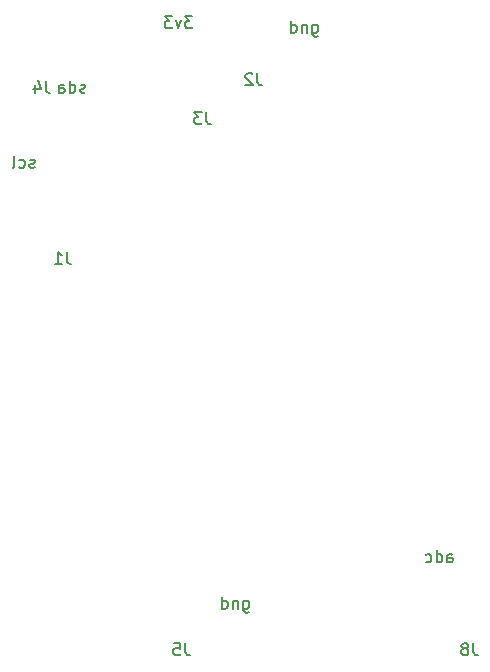
<source format=gbr>
G04 #@! TF.FileFunction,Legend,Bot*
%FSLAX46Y46*%
G04 Gerber Fmt 4.6, Leading zero omitted, Abs format (unit mm)*
G04 Created by KiCad (PCBNEW 4.0.7) date Tuesday, April 30, 2019 'PMt' 04:55:04 PM*
%MOMM*%
%LPD*%
G01*
G04 APERTURE LIST*
%ADD10C,0.100000*%
%ADD11C,0.150000*%
G04 APERTURE END LIST*
D10*
D11*
X124793333Y-78192381D02*
X124793333Y-78906667D01*
X124840953Y-79049524D01*
X124936191Y-79144762D01*
X125079048Y-79192381D01*
X125174286Y-79192381D01*
X123793333Y-79192381D02*
X124364762Y-79192381D01*
X124079048Y-79192381D02*
X124079048Y-78192381D01*
X124174286Y-78335238D01*
X124269524Y-78430476D01*
X124364762Y-78478095D01*
X122062762Y-71016762D02*
X121967524Y-71064381D01*
X121777048Y-71064381D01*
X121681809Y-71016762D01*
X121634190Y-70921524D01*
X121634190Y-70873905D01*
X121681809Y-70778667D01*
X121777048Y-70731048D01*
X121919905Y-70731048D01*
X122015143Y-70683429D01*
X122062762Y-70588190D01*
X122062762Y-70540571D01*
X122015143Y-70445333D01*
X121919905Y-70397714D01*
X121777048Y-70397714D01*
X121681809Y-70445333D01*
X120777047Y-71016762D02*
X120872285Y-71064381D01*
X121062762Y-71064381D01*
X121158000Y-71016762D01*
X121205619Y-70969143D01*
X121253238Y-70873905D01*
X121253238Y-70588190D01*
X121205619Y-70492952D01*
X121158000Y-70445333D01*
X121062762Y-70397714D01*
X120872285Y-70397714D01*
X120777047Y-70445333D01*
X120205619Y-71064381D02*
X120300857Y-71016762D01*
X120348476Y-70921524D01*
X120348476Y-70064381D01*
X140922333Y-63079381D02*
X140922333Y-63793667D01*
X140969953Y-63936524D01*
X141065191Y-64031762D01*
X141208048Y-64079381D01*
X141303286Y-64079381D01*
X140493762Y-63174619D02*
X140446143Y-63127000D01*
X140350905Y-63079381D01*
X140112809Y-63079381D01*
X140017571Y-63127000D01*
X139969952Y-63174619D01*
X139922333Y-63269857D01*
X139922333Y-63365095D01*
X139969952Y-63507952D01*
X140541381Y-64079381D01*
X139922333Y-64079381D01*
X145597476Y-58967714D02*
X145597476Y-59777238D01*
X145645095Y-59872476D01*
X145692714Y-59920095D01*
X145787953Y-59967714D01*
X145930810Y-59967714D01*
X146026048Y-59920095D01*
X145597476Y-59586762D02*
X145692714Y-59634381D01*
X145883191Y-59634381D01*
X145978429Y-59586762D01*
X146026048Y-59539143D01*
X146073667Y-59443905D01*
X146073667Y-59158190D01*
X146026048Y-59062952D01*
X145978429Y-59015333D01*
X145883191Y-58967714D01*
X145692714Y-58967714D01*
X145597476Y-59015333D01*
X145121286Y-58967714D02*
X145121286Y-59634381D01*
X145121286Y-59062952D02*
X145073667Y-59015333D01*
X144978429Y-58967714D01*
X144835571Y-58967714D01*
X144740333Y-59015333D01*
X144692714Y-59110571D01*
X144692714Y-59634381D01*
X143787952Y-59634381D02*
X143787952Y-58634381D01*
X143787952Y-59586762D02*
X143883190Y-59634381D01*
X144073667Y-59634381D01*
X144168905Y-59586762D01*
X144216524Y-59539143D01*
X144264143Y-59443905D01*
X144264143Y-59158190D01*
X144216524Y-59062952D01*
X144168905Y-59015333D01*
X144073667Y-58967714D01*
X143883190Y-58967714D01*
X143787952Y-59015333D01*
X136604333Y-66381381D02*
X136604333Y-67095667D01*
X136651953Y-67238524D01*
X136747191Y-67333762D01*
X136890048Y-67381381D01*
X136985286Y-67381381D01*
X136223381Y-66381381D02*
X135604333Y-66381381D01*
X135937667Y-66762333D01*
X135794809Y-66762333D01*
X135699571Y-66809952D01*
X135651952Y-66857571D01*
X135604333Y-66952810D01*
X135604333Y-67190905D01*
X135651952Y-67286143D01*
X135699571Y-67333762D01*
X135794809Y-67381381D01*
X136080524Y-67381381D01*
X136175762Y-67333762D01*
X136223381Y-67286143D01*
X135429476Y-58253381D02*
X134810428Y-58253381D01*
X135143762Y-58634333D01*
X135000904Y-58634333D01*
X134905666Y-58681952D01*
X134858047Y-58729571D01*
X134810428Y-58824810D01*
X134810428Y-59062905D01*
X134858047Y-59158143D01*
X134905666Y-59205762D01*
X135000904Y-59253381D01*
X135286619Y-59253381D01*
X135381857Y-59205762D01*
X135429476Y-59158143D01*
X134477095Y-58586714D02*
X134239000Y-59253381D01*
X134000904Y-58586714D01*
X133715190Y-58253381D02*
X133096142Y-58253381D01*
X133429476Y-58634333D01*
X133286618Y-58634333D01*
X133191380Y-58681952D01*
X133143761Y-58729571D01*
X133096142Y-58824810D01*
X133096142Y-59062905D01*
X133143761Y-59158143D01*
X133191380Y-59205762D01*
X133286618Y-59253381D01*
X133572333Y-59253381D01*
X133667571Y-59205762D01*
X133715190Y-59158143D01*
X123015333Y-63714381D02*
X123015333Y-64428667D01*
X123062953Y-64571524D01*
X123158191Y-64666762D01*
X123301048Y-64714381D01*
X123396286Y-64714381D01*
X122110571Y-64047714D02*
X122110571Y-64714381D01*
X122348667Y-63666762D02*
X122586762Y-64381048D01*
X121967714Y-64381048D01*
X126341048Y-64666762D02*
X126245810Y-64714381D01*
X126055334Y-64714381D01*
X125960095Y-64666762D01*
X125912476Y-64571524D01*
X125912476Y-64523905D01*
X125960095Y-64428667D01*
X126055334Y-64381048D01*
X126198191Y-64381048D01*
X126293429Y-64333429D01*
X126341048Y-64238190D01*
X126341048Y-64190571D01*
X126293429Y-64095333D01*
X126198191Y-64047714D01*
X126055334Y-64047714D01*
X125960095Y-64095333D01*
X125055333Y-64714381D02*
X125055333Y-63714381D01*
X125055333Y-64666762D02*
X125150571Y-64714381D01*
X125341048Y-64714381D01*
X125436286Y-64666762D01*
X125483905Y-64619143D01*
X125531524Y-64523905D01*
X125531524Y-64238190D01*
X125483905Y-64142952D01*
X125436286Y-64095333D01*
X125341048Y-64047714D01*
X125150571Y-64047714D01*
X125055333Y-64095333D01*
X124150571Y-64714381D02*
X124150571Y-64190571D01*
X124198190Y-64095333D01*
X124293428Y-64047714D01*
X124483905Y-64047714D01*
X124579143Y-64095333D01*
X124150571Y-64666762D02*
X124245809Y-64714381D01*
X124483905Y-64714381D01*
X124579143Y-64666762D01*
X124626762Y-64571524D01*
X124626762Y-64476286D01*
X124579143Y-64381048D01*
X124483905Y-64333429D01*
X124245809Y-64333429D01*
X124150571Y-64285810D01*
X134826333Y-111339381D02*
X134826333Y-112053667D01*
X134873953Y-112196524D01*
X134969191Y-112291762D01*
X135112048Y-112339381D01*
X135207286Y-112339381D01*
X133873952Y-111339381D02*
X134350143Y-111339381D01*
X134397762Y-111815571D01*
X134350143Y-111767952D01*
X134254905Y-111720333D01*
X134016809Y-111720333D01*
X133921571Y-111767952D01*
X133873952Y-111815571D01*
X133826333Y-111910810D01*
X133826333Y-112148905D01*
X133873952Y-112244143D01*
X133921571Y-112291762D01*
X134016809Y-112339381D01*
X134254905Y-112339381D01*
X134350143Y-112291762D01*
X134397762Y-112244143D01*
X139755476Y-107735714D02*
X139755476Y-108545238D01*
X139803095Y-108640476D01*
X139850714Y-108688095D01*
X139945953Y-108735714D01*
X140088810Y-108735714D01*
X140184048Y-108688095D01*
X139755476Y-108354762D02*
X139850714Y-108402381D01*
X140041191Y-108402381D01*
X140136429Y-108354762D01*
X140184048Y-108307143D01*
X140231667Y-108211905D01*
X140231667Y-107926190D01*
X140184048Y-107830952D01*
X140136429Y-107783333D01*
X140041191Y-107735714D01*
X139850714Y-107735714D01*
X139755476Y-107783333D01*
X139279286Y-107735714D02*
X139279286Y-108402381D01*
X139279286Y-107830952D02*
X139231667Y-107783333D01*
X139136429Y-107735714D01*
X138993571Y-107735714D01*
X138898333Y-107783333D01*
X138850714Y-107878571D01*
X138850714Y-108402381D01*
X137945952Y-108402381D02*
X137945952Y-107402381D01*
X137945952Y-108354762D02*
X138041190Y-108402381D01*
X138231667Y-108402381D01*
X138326905Y-108354762D01*
X138374524Y-108307143D01*
X138422143Y-108211905D01*
X138422143Y-107926190D01*
X138374524Y-107830952D01*
X138326905Y-107783333D01*
X138231667Y-107735714D01*
X138041190Y-107735714D01*
X137945952Y-107783333D01*
X159210333Y-111339381D02*
X159210333Y-112053667D01*
X159257953Y-112196524D01*
X159353191Y-112291762D01*
X159496048Y-112339381D01*
X159591286Y-112339381D01*
X158591286Y-111767952D02*
X158686524Y-111720333D01*
X158734143Y-111672714D01*
X158781762Y-111577476D01*
X158781762Y-111529857D01*
X158734143Y-111434619D01*
X158686524Y-111387000D01*
X158591286Y-111339381D01*
X158400809Y-111339381D01*
X158305571Y-111387000D01*
X158257952Y-111434619D01*
X158210333Y-111529857D01*
X158210333Y-111577476D01*
X158257952Y-111672714D01*
X158305571Y-111720333D01*
X158400809Y-111767952D01*
X158591286Y-111767952D01*
X158686524Y-111815571D01*
X158734143Y-111863190D01*
X158781762Y-111958429D01*
X158781762Y-112148905D01*
X158734143Y-112244143D01*
X158686524Y-112291762D01*
X158591286Y-112339381D01*
X158400809Y-112339381D01*
X158305571Y-112291762D01*
X158257952Y-112244143D01*
X158210333Y-112148905D01*
X158210333Y-111958429D01*
X158257952Y-111863190D01*
X158305571Y-111815571D01*
X158400809Y-111767952D01*
X157003666Y-104465381D02*
X157003666Y-103941571D01*
X157051285Y-103846333D01*
X157146523Y-103798714D01*
X157337000Y-103798714D01*
X157432238Y-103846333D01*
X157003666Y-104417762D02*
X157098904Y-104465381D01*
X157337000Y-104465381D01*
X157432238Y-104417762D01*
X157479857Y-104322524D01*
X157479857Y-104227286D01*
X157432238Y-104132048D01*
X157337000Y-104084429D01*
X157098904Y-104084429D01*
X157003666Y-104036810D01*
X156098904Y-104465381D02*
X156098904Y-103465381D01*
X156098904Y-104417762D02*
X156194142Y-104465381D01*
X156384619Y-104465381D01*
X156479857Y-104417762D01*
X156527476Y-104370143D01*
X156575095Y-104274905D01*
X156575095Y-103989190D01*
X156527476Y-103893952D01*
X156479857Y-103846333D01*
X156384619Y-103798714D01*
X156194142Y-103798714D01*
X156098904Y-103846333D01*
X155194142Y-104417762D02*
X155289380Y-104465381D01*
X155479857Y-104465381D01*
X155575095Y-104417762D01*
X155622714Y-104370143D01*
X155670333Y-104274905D01*
X155670333Y-103989190D01*
X155622714Y-103893952D01*
X155575095Y-103846333D01*
X155479857Y-103798714D01*
X155289380Y-103798714D01*
X155194142Y-103846333D01*
M02*

</source>
